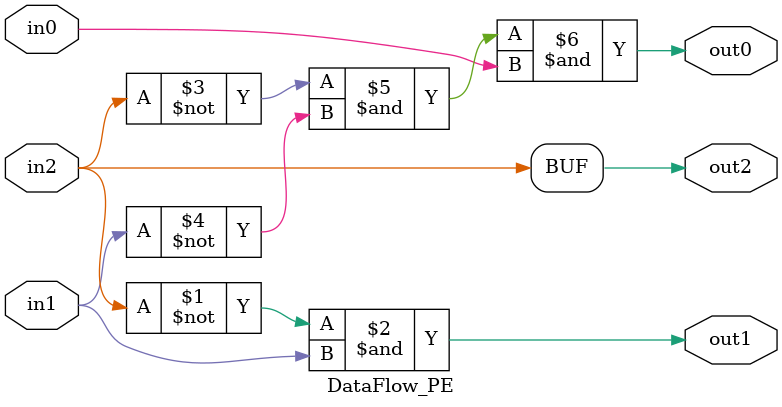
<source format=v>
`timescale 1ns / 1ps
module DataFlow_PE(
    in2,
    in1,
    in0,
    out2,
    out1,
    out0
    );
	 
	input wire in2, in1, in0;
	output reg out2, out1, out0;
	
	assign out2=in2;
	assign out1=(~in2)&(in1);
	assign out0=(~in2)&(~in1)&(in0);

endmodule

</source>
